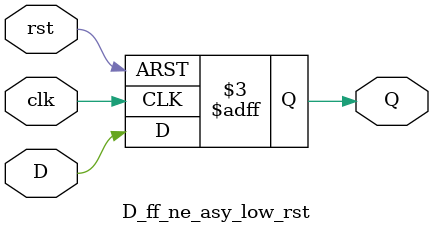
<source format=sv>
module D_ff_ne_asy_low_rst(Q,D,clk,rst);
  input D,clk,rst;
  output reg Q;
  
  always @(negedge clk or negedge rst)
    begin
      if(!rst) Q <= 1'b0;
      else Q <= D;
    end
endmodule

</source>
